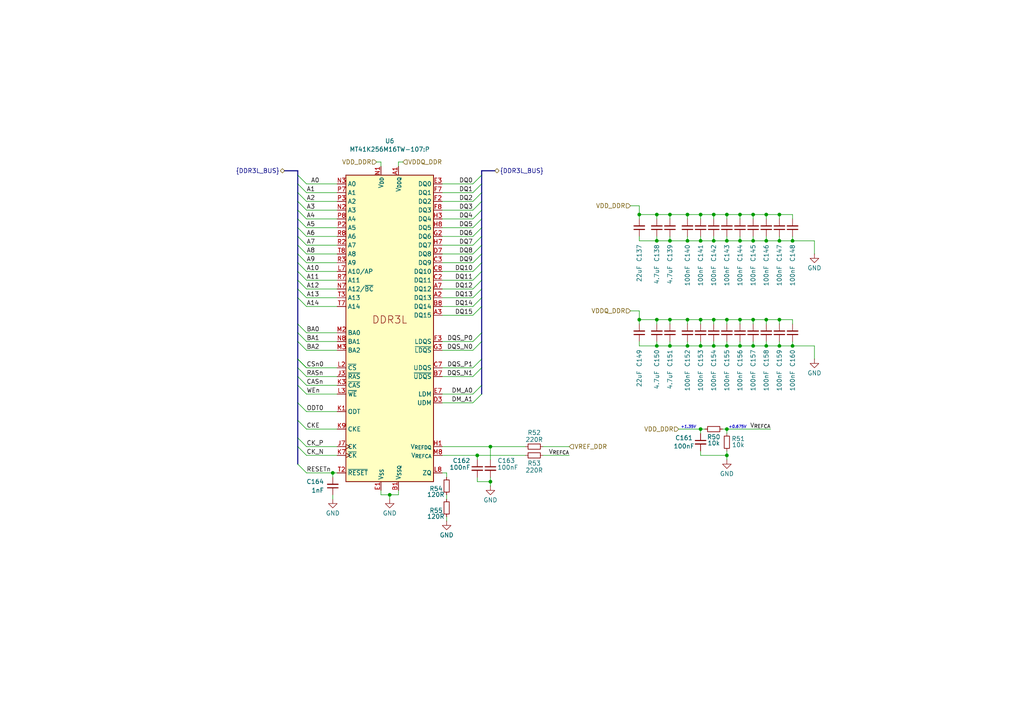
<source format=kicad_sch>
(kicad_sch (version 20250114) (generator "eeschema") (generator_version "9.0")
  (paper "A4")
  (title_block (title "DDR3L Memory") (date "2025-11-23") (rev "1.0") (company "UVic Rocketry") (comment 1 "Author: Eric Handley"))
  (lib_symbols
    (symbol "C_Small_10" (pin_numbers (hide yes)) (pin_names (offset 0.254) (hide yes))
      (property "Reference" "C" (at 0.254 1.778 0))
      (property "Value" "C_Small" (at 0.254 -2.032 0))
      (symbol "C_Small_10_0_1"
        (polyline (pts (xy -1.524 0.508) (xy 1.524 0.508)) (stroke (width 0.3048)))
        (polyline (pts (xy -1.524 -0.508) (xy 1.524 -0.508)) (stroke (width 0.3302)))
      )
      (symbol "C_Small_10_1_1"
        (pin passive line (at 0 2.54 270) (length 2.032) (name "~") (number "1"))
        (pin passive line (at 0 -2.54 90) (length 2.032) (name "~") (number "2"))
      )
    )
    (symbol "C_Small_11" (pin_numbers (hide yes)) (pin_names (offset 0.254) (hide yes))
      (property "Reference" "C" (at 0.254 1.778 0))
      (property "Value" "C_Small" (at 0.254 -2.032 0))
      (symbol "C_Small_11_0_1"
        (polyline (pts (xy -1.524 0.508) (xy 1.524 0.508)) (stroke (width 0.3048)))
        (polyline (pts (xy -1.524 -0.508) (xy 1.524 -0.508)) (stroke (width 0.3302)))
      )
      (symbol "C_Small_11_1_1"
        (pin passive line (at 0 2.54 270) (length 2.032) (name "~") (number "1"))
        (pin passive line (at 0 -2.54 90) (length 2.032) (name "~") (number "2"))
      )
    )
    (symbol "C_Small_12" (pin_numbers (hide yes)) (pin_names (offset 0.254) (hide yes))
      (property "Reference" "C" (at 0.254 1.778 0))
      (property "Value" "C_Small" (at 0.254 -2.032 0))
      (symbol "C_Small_12_0_1"
        (polyline (pts (xy -1.524 0.508) (xy 1.524 0.508)) (stroke (width 0.3048)))
        (polyline (pts (xy -1.524 -0.508) (xy 1.524 -0.508)) (stroke (width 0.3302)))
      )
      (symbol "C_Small_12_1_1"
        (pin passive line (at 0 2.54 270) (length 2.032) (name "~") (number "1"))
        (pin passive line (at 0 -2.54 90) (length 2.032) (name "~") (number "2"))
      )
    )
    (symbol "C_Small_13" (pin_numbers (hide yes)) (pin_names (offset 0.254) (hide yes))
      (property "Reference" "C" (at 0.254 1.778 0))
      (property "Value" "C_Small" (at 0.254 -2.032 0))
      (symbol "C_Small_13_0_1"
        (polyline (pts (xy -1.524 0.508) (xy 1.524 0.508)) (stroke (width 0.3048)))
        (polyline (pts (xy -1.524 -0.508) (xy 1.524 -0.508)) (stroke (width 0.3302)))
      )
      (symbol "C_Small_13_1_1"
        (pin passive line (at 0 2.54 270) (length 2.032) (name "~") (number "1"))
        (pin passive line (at 0 -2.54 90) (length 2.032) (name "~") (number "2"))
      )
    )
    (symbol "C_Small_15" (pin_numbers (hide yes)) (pin_names (offset 0.254) (hide yes))
      (property "Reference" "C" (at 0.254 1.778 0))
      (property "Value" "C_Small" (at 0.254 -2.032 0))
      (symbol "C_Small_15_0_1"
        (polyline (pts (xy -1.524 0.508) (xy 1.524 0.508)) (stroke (width 0.3048)))
        (polyline (pts (xy -1.524 -0.508) (xy 1.524 -0.508)) (stroke (width 0.3302)))
      )
      (symbol "C_Small_15_1_1"
        (pin passive line (at 0 2.54 270) (length 2.032) (name "~") (number "1"))
        (pin passive line (at 0 -2.54 90) (length 2.032) (name "~") (number "2"))
      )
    )
    (symbol "C_Small_6" (pin_numbers (hide yes)) (pin_names (offset 0.254) (hide yes))
      (property "Reference" "C" (at 0.254 1.778 0))
      (property "Value" "C_Small" (at 0.254 -2.032 0))
      (symbol "C_Small_6_0_1"
        (polyline (pts (xy -1.524 0.508) (xy 1.524 0.508)) (stroke (width 0.3048)))
        (polyline (pts (xy -1.524 -0.508) (xy 1.524 -0.508)) (stroke (width 0.3302)))
      )
      (symbol "C_Small_6_1_1"
        (pin passive line (at 0 2.54 270) (length 2.032) (name "~") (number "1"))
        (pin passive line (at 0 -2.54 90) (length 2.032) (name "~") (number "2"))
      )
    )
    (symbol "C_Small_7" (pin_numbers (hide yes)) (pin_names (offset 0.254) (hide yes))
      (property "Reference" "C" (at 0.254 1.778 0))
      (property "Value" "C_Small" (at 0.254 -2.032 0))
      (symbol "C_Small_7_0_1"
        (polyline (pts (xy -1.524 0.508) (xy 1.524 0.508)) (stroke (width 0.3048)))
        (polyline (pts (xy -1.524 -0.508) (xy 1.524 -0.508)) (stroke (width 0.3302)))
      )
      (symbol "C_Small_7_1_1"
        (pin passive line (at 0 2.54 270) (length 2.032) (name "~") (number "1"))
        (pin passive line (at 0 -2.54 90) (length 2.032) (name "~") (number "2"))
      )
    )
    (symbol "C_Small_8" (pin_numbers (hide yes)) (pin_names (offset 0.254) (hide yes))
      (property "Reference" "C" (at 0.254 1.778 0))
      (property "Value" "C_Small" (at 0.254 -2.032 0))
      (symbol "C_Small_8_0_1"
        (polyline (pts (xy -1.524 0.508) (xy 1.524 0.508)) (stroke (width 0.3048)))
        (polyline (pts (xy -1.524 -0.508) (xy 1.524 -0.508)) (stroke (width 0.3302)))
      )
      (symbol "C_Small_8_1_1"
        (pin passive line (at 0 2.54 270) (length 2.032) (name "~") (number "1"))
        (pin passive line (at 0 -2.54 90) (length 2.032) (name "~") (number "2"))
      )
    )
    (symbol "C_Small_9" (pin_numbers (hide yes)) (pin_names (offset 0.254) (hide yes))
      (property "Reference" "C" (at 0.254 1.778 0))
      (property "Value" "C_Small" (at 0.254 -2.032 0))
      (symbol "C_Small_9_0_1"
        (polyline (pts (xy -1.524 0.508) (xy 1.524 0.508)) (stroke (width 0.3048)))
        (polyline (pts (xy -1.524 -0.508) (xy 1.524 -0.508)) (stroke (width 0.3302)))
      )
      (symbol "C_Small_9_1_1"
        (pin passive line (at 0 2.54 270) (length 2.032) (name "~") (number "1"))
        (pin passive line (at 0 -2.54 90) (length 2.032) (name "~") (number "2"))
      )
    )
    (symbol "Device:C_Small" (pin_numbers (hide yes)) (pin_names (offset 0.254) (hide yes))
      (property "Reference" "C" (at 0.254 1.778 0))
      (property "Value" "C_Small" (at 0.254 -2.032 0))
      (symbol "C_Small_0_1"
        (polyline (pts (xy -1.524 0.508) (xy 1.524 0.508)) (stroke (width 0.3048)))
        (polyline (pts (xy -1.524 -0.508) (xy 1.524 -0.508)) (stroke (width 0.3302)))
      )
      (symbol "C_Small_1_1"
        (pin passive line (at 0 2.54 270) (length 2.032) (name "~") (number "1"))
        (pin passive line (at 0 -2.54 90) (length 2.032) (name "~") (number "2"))
      )
    )
    (symbol "Device:R_Small" (pin_numbers (hide yes)) (pin_names (offset 0.254) (hide yes))
      (property "Reference" "R" (at 0 0 90))
      (property "Value" "R_Small" (at 1.778 0 90))
      (symbol "R_Small_0_1"
        (rectangle (start -0.762 1.778) (end 0.762 -1.778) (stroke (width 0.2032)))
      )
      (symbol "R_Small_1_1"
        (pin passive line (at 0 2.54 270) (length 0.762) (name "~") (number "1"))
        (pin passive line (at 0 -2.54 90) (length 0.762) (name "~") (number "2"))
      )
    )
    (symbol "Memory_RAM:MT41K256M16TW"
      (property "Reference" "U" (at -11.43 44.704 0))
      (property "Value" "MT41K256M16TW" (at 14.986 44.704 0))
      (symbol "MT41K256M16TW_0_1"
        (pin input line (at -15.24 40.64 0) (length 2.54) (name "A0") (number "N3"))
        (pin input line (at -15.24 38.1 0) (length 2.54) (name "A1") (number "P7"))
        (pin input line (at -15.24 35.56 0) (length 2.54) (name "A2") (number "P3"))
        (pin input line (at -15.24 33.02 0) (length 2.54) (name "A3") (number "N2"))
        (pin input line (at -15.24 30.48 0) (length 2.54) (name "A4") (number "P8"))
        (pin input line (at -15.24 27.94 0) (length 2.54) (name "A5") (number "P2"))
        (pin input line (at -15.24 25.4 0) (length 2.54) (name "A6") (number "R8"))
        (pin input line (at -15.24 22.86 0) (length 2.54) (name "A7") (number "R2"))
        (pin input line (at -15.24 20.32 0) (length 2.54) (name "A8") (number "T8"))
        (pin input line (at -15.24 17.78 0) (length 2.54) (name "A9") (number "R3"))
        (pin input line (at -15.24 15.24 0) (length 2.54) (name "A10/AP") (number "L7"))
        (pin input line (at -15.24 12.7 0) (length 2.54) (name "A11") (number "R7"))
        (pin input line (at -15.24 7.62 0) (length 2.54) (name "A13") (number "T3"))
        (pin input line (at -15.24 5.08 0) (length 2.54) (name "A14") (number "T7"))
        (pin input line (at -15.24 -2.54 0) (length 2.54) (name "BA0") (number "M2"))
        (pin input line (at -15.24 -5.08 0) (length 2.54) (name "BA1") (number "N8"))
        (pin input line (at -15.24 -7.62 0) (length 2.54) (name "BA2") (number "M3"))
        (pin input line (at -15.24 -25.4 0) (length 2.54) (name "ODT") (number "K1"))
        (pin input line (at -15.24 -30.48 0) (length 2.54) (name "CKE") (number "K9"))
        (pin input clock (at -15.24 -35.56 0) (length 2.54) (name "CK") (number "J7"))
        (pin passive line (at -2.54 45.72 270) (length 2.54) (hide yes) (name "V_{DD}") (number "B2"))
        (pin passive line (at -2.54 45.72 270) (length 2.54) (hide yes) (name "V_{DD}") (number "D9"))
        (pin passive line (at -2.54 45.72 270) (length 2.54) (hide yes) (name "V_{DD}") (number "G7"))
        (pin passive line (at -2.54 45.72 270) (length 2.54) (hide yes) (name "V_{DD}") (number "K2"))
        (pin passive line (at -2.54 45.72 270) (length 2.54) (hide yes) (name "V_{DD}") (number "K8"))
        (pin passive line (at -2.54 45.72 270) (length 2.54) (hide yes) (name "V_{DD}") (number "N9"))
        (pin passive line (at -2.54 45.72 270) (length 2.54) (hide yes) (name "V_{DD}") (number "R1"))
        (pin passive line (at -2.54 45.72 270) (length 2.54) (hide yes) (name "V_{DD}") (number "R9"))
        (pin passive line (at -2.54 -48.26 90) (length 2.54) (hide yes) (name "V_{SS}") (number "A9"))
        (pin passive line (at -2.54 -48.26 90) (length 2.54) (hide yes) (name "V_{SS}") (number "B3"))
        (pin passive line (at -2.54 -48.26 90) (length 2.54) (hide yes) (name "V_{SS}") (number "G8"))
        (pin passive line (at -2.54 -48.26 90) (length 2.54) (hide yes) (name "V_{SS}") (number "J2"))
        (pin passive line (at -2.54 -48.26 90) (length 2.54) (hide yes) (name "V_{SS}") (number "J8"))
        (pin passive line (at -2.54 -48.26 90) (length 2.54) (hide yes) (name "V_{SS}") (number "M1"))
        (pin passive line (at -2.54 -48.26 90) (length 2.54) (hide yes) (name "V_{SS}") (number "M9"))
        (pin passive line (at -2.54 -48.26 90) (length 2.54) (hide yes) (name "V_{SS}") (number "P1"))
        (pin passive line (at -2.54 -48.26 90) (length 2.54) (hide yes) (name "V_{SS}") (number "P9"))
        (pin passive line (at -2.54 -48.26 90) (length 2.54) (hide yes) (name "V_{SS}") (number "T1"))
        (pin passive line (at -2.54 -48.26 90) (length 2.54) (hide yes) (name "V_{SS}") (number "T9"))
        (pin passive line (at 2.54 45.72 270) (length 2.54) (hide yes) (name "V_{DDQ}") (number "A8"))
        (pin passive line (at 2.54 45.72 270) (length 2.54) (hide yes) (name "V_{DDQ}") (number "C1"))
        (pin passive line (at 2.54 45.72 270) (length 2.54) (hide yes) (name "V_{DDQ}") (number "C9"))
        (pin passive line (at 2.54 45.72 270) (length 2.54) (hide yes) (name "V_{DDQ}") (number "D2"))
        (pin passive line (at 2.54 45.72 270) (length 2.54) (hide yes) (name "V_{DDQ}") (number "E9"))
        (pin passive line (at 2.54 45.72 270) (length 2.54) (hide yes) (name "V_{DDQ}") (number "F1"))
        (pin passive line (at 2.54 45.72 270) (length 2.54) (hide yes) (name "V_{DDQ}") (number "H2"))
        (pin passive line (at 2.54 45.72 270) (length 2.54) (hide yes) (name "V_{DDQ}") (number "H9"))
        (pin passive line (at 2.54 -48.26 90) (length 2.54) (hide yes) (name "V_{SSQ}") (number "B9"))
        (pin passive line (at 2.54 -48.26 90) (length 2.54) (hide yes) (name "V_{SSQ}") (number "D1"))
        (pin passive line (at 2.54 -48.26 90) (length 2.54) (hide yes) (name "V_{SSQ}") (number "D8"))
        (pin passive line (at 2.54 -48.26 90) (length 2.54) (hide yes) (name "V_{SSQ}") (number "E2"))
        (pin passive line (at 2.54 -48.26 90) (length 2.54) (hide yes) (name "V_{SSQ}") (number "E8"))
        (pin passive line (at 2.54 -48.26 90) (length 2.54) (hide yes) (name "V_{SSQ}") (number "F9"))
        (pin passive line (at 2.54 -48.26 90) (length 2.54) (hide yes) (name "V_{SSQ}") (number "G1"))
        (pin passive line (at 2.54 -48.26 90) (length 2.54) (hide yes) (name "V_{SSQ}") (number "G9"))
        (pin no_connect line (at 12.7 0 180) (length 2.54) (hide yes) (name "NC") (number "M7"))
        (pin no_connect line (at 12.7 -2.54 180) (length 2.54) (hide yes) (name "NC") (number "J1"))
        (pin no_connect line (at 12.7 -25.4 180) (length 2.54) (hide yes) (name "NC") (number "J9"))
        (pin no_connect line (at 12.7 -27.94 180) (length 2.54) (hide yes) (name "NC") (number "L9"))
        (pin no_connect line (at 12.7 -30.48 180) (length 2.54) (hide yes) (name "NC") (number "L1"))
        (pin bidirectional line (at 15.24 40.64 180) (length 2.54) (name "DQ0") (number "E3"))
        (pin bidirectional line (at 15.24 38.1 180) (length 2.54) (name "DQ1") (number "F7"))
        (pin bidirectional line (at 15.24 35.56 180) (length 2.54) (name "DQ2") (number "F2"))
        (pin bidirectional line (at 15.24 33.02 180) (length 2.54) (name "DQ3") (number "F8"))
        (pin bidirectional line (at 15.24 30.48 180) (length 2.54) (name "DQ4") (number "H3"))
        (pin bidirectional line (at 15.24 27.94 180) (length 2.54) (name "DQ5") (number "H8"))
        (pin bidirectional line (at 15.24 25.4 180) (length 2.54) (name "DQ6") (number "G2"))
        (pin bidirectional line (at 15.24 22.86 180) (length 2.54) (name "DQ7") (number "H7"))
        (pin bidirectional line (at 15.24 20.32 180) (length 2.54) (name "DQ8") (number "D7"))
        (pin bidirectional line (at 15.24 17.78 180) (length 2.54) (name "DQ9") (number "C3"))
        (pin bidirectional line (at 15.24 15.24 180) (length 2.54) (name "DQ10") (number "C8"))
        (pin bidirectional line (at 15.24 12.7 180) (length 2.54) (name "DQ11") (number "C2"))
        (pin bidirectional line (at 15.24 10.16 180) (length 2.54) (name "DQ12") (number "A7"))
        (pin bidirectional line (at 15.24 7.62 180) (length 2.54) (name "DQ13") (number "A2"))
        (pin bidirectional line (at 15.24 5.08 180) (length 2.54) (name "DQ14") (number "B8"))
        (pin bidirectional line (at 15.24 2.54 180) (length 2.54) (name "DQ15") (number "A3"))
        (pin bidirectional line (at 15.24 -5.08 180) (length 2.54) (name "LDQS") (number "F3"))
        (pin bidirectional line (at 15.24 -12.7 180) (length 2.54) (name "UDQS") (number "C7"))
        (pin input line (at 15.24 -20.32 180) (length 2.54) (name "LDM") (number "E7"))
        (pin input line (at 15.24 -22.86 180) (length 2.54) (name "UDM") (number "D3"))
        (pin passive line (at 15.24 -35.56 180) (length 2.54) (name "V_{REFDQ}") (number "H1"))
        (pin passive line (at 15.24 -38.1 180) (length 2.54) (name "V_{REFCA}") (number "M8"))
        (pin passive line (at 15.24 -43.18 180) (length 2.54) (name "ZQ") (number "L8"))
      )
      (symbol "MT41K256M16TW_1_1"
        (rectangle (start -12.7 43.18) (end 12.7 -45.72) (stroke (width 0.254)) (fill (type background)))
        (text "DDR3L" (at 0 0 0) (effects (font (size 2.1336 2.1336)) (justify bottom)))
        (pin input line (at -15.24 10.16 0) (length 2.54) (name "A12/~{BC}") (number "N7"))
        (pin input line (at -15.24 -12.7 0) (length 2.54) (name "~{CS}") (number "L2"))
        (pin input line (at -15.24 -15.24 0) (length 2.54) (name "~{RAS}") (number "J3"))
        (pin input line (at -15.24 -17.78 0) (length 2.54) (name "~{CAS}") (number "K3"))
        (pin input line (at -15.24 -20.32 0) (length 2.54) (name "~{WE}") (number "L3"))
        (pin input clock (at -15.24 -38.1 0) (length 2.54) (name "~{CK}") (number "K7"))
        (pin input line (at -15.24 -43.18 0) (length 2.54) (name "~{RESET}") (number "T2"))
        (pin power_in line (at -2.54 45.72 270) (length 2.54) (name "V_{DD}") (number "N1"))
        (pin power_in line (at -2.54 -48.26 90) (length 2.54) (name "V_{SS}") (number "E1"))
        (pin power_in line (at 2.54 45.72 270) (length 2.54) (name "V_{DDQ}") (number "A1"))
        (pin power_in line (at 2.54 -48.26 90) (length 2.54) (name "V_{SSQ}") (number "B1"))
        (pin bidirectional line (at 15.24 -7.62 180) (length 2.54) (name "~{LDQS}") (number "G3"))
        (pin bidirectional line (at 15.24 -15.24 180) (length 2.54) (name "~{UDQS}") (number "B7"))
      )
    )
    (symbol "power:GND" (power) (pin_numbers (hide yes)) (pin_names (offset 0) (hide yes))
      (property "Value" "GND" (at 0 -3.81 0))
      (symbol "GND_0_1"
        (polyline (pts (xy 0 0) (xy 0 -1.27) (xy 1.27 -1.27) (xy 0 -2.54) (xy -1.27 -1.27) (xy 0 -1.27)))
      )
      (symbol "GND_1_1"
        (pin power_in line (at 0 0 270) (length 0) (name "~") (number "1"))
      )
    )
  )
  (bus_alias "DDR3L_BUS" (members "A[0..14]" "BA[0..2]" "DQ[0..15]" "DQS_P[0..2]" "DQS_N[0..2]" "DM_A[0..1]" "DM_B[0..1]" "ODT[0..1]" "RZQ" "CSn[0..1]" "RASn" "CASn" "WEn" "CK_N" "CK_P" "CKE" "RESETn"))
  (text "+1.35V" (at 199.644 123.952 0) (effects (font (size 0.8 0.8) (italic yes))))
  (text "+0.675V" (at 213.868 123.952 0) (effects (font (size 0.8 0.8) (italic yes))))
  (junction (at 194.31 92.71))
  (junction (at 207.01 92.71))
  (junction (at 199.39 69.85))
  (junction (at 203.2 124.46))
  (junction (at 222.25 100.33))
  (junction (at 226.06 62.23))
  (junction (at 214.63 69.85))
  (junction (at 194.31 100.33))
  (junction (at 138.43 132.08))
  (junction (at 218.44 69.85))
  (junction (at 96.52 137.16))
  (junction (at 203.2 62.23))
  (junction (at 226.06 100.33))
  (junction (at 113.03 143.51))
  (junction (at 222.25 62.23))
  (junction (at 210.82 124.46))
  (junction (at 214.63 92.71))
  (junction (at 142.24 139.7))
  (junction (at 142.24 129.54))
  (junction (at 207.01 69.85))
  (junction (at 203.2 100.33))
  (junction (at 190.5 62.23))
  (junction (at 190.5 100.33))
  (junction (at 203.2 69.85))
  (junction (at 190.5 92.71))
  (junction (at 185.42 62.23))
  (junction (at 203.2 92.71))
  (junction (at 199.39 100.33))
  (junction (at 199.39 62.23))
  (junction (at 194.31 62.23))
  (junction (at 218.44 100.33))
  (junction (at 226.06 92.71))
  (junction (at 218.44 92.71))
  (junction (at 207.01 100.33))
  (junction (at 214.63 100.33))
  (junction (at 199.39 92.71))
  (junction (at 222.25 92.71))
  (junction (at 210.82 62.23))
  (junction (at 207.01 62.23))
  (junction (at 190.5 69.85))
  (junction (at 210.82 92.71))
  (junction (at 229.87 69.85))
  (junction (at 210.82 100.33))
  (junction (at 210.82 132.08))
  (junction (at 229.87 100.33))
  (junction (at 222.25 69.85))
  (junction (at 210.82 69.85))
  (junction (at 218.44 62.23))
  (junction (at 226.06 69.85))
  (junction (at 185.42 92.71))
  (junction (at 194.31 69.85))
  (junction (at 214.63 62.23))
  (bus_entry (at 86.36 83.82) (size 2.54 2.54))
  (bus_entry (at 86.36 76.2) (size 2.54 2.54))
  (bus_entry (at 86.36 58.42) (size 2.54 2.54))
  (bus_entry (at 86.36 63.5) (size 2.54 2.54))
  (bus_entry (at 86.36 109.22) (size 2.54 2.54))
  (bus_entry (at 86.36 68.58) (size 2.54 2.54))
  (bus_entry (at 86.36 127) (size 2.54 2.54))
  (bus_entry (at 86.36 55.88) (size 2.54 2.54))
  (bus_entry (at 86.36 50.8) (size 2.54 2.54))
  (bus_entry (at 86.36 93.98) (size 2.54 2.54))
  (bus_entry (at 86.36 60.96) (size 2.54 2.54))
  (bus_entry (at 86.36 99.06) (size 2.54 2.54))
  (bus_entry (at 139.7 71.12) (size -2.54 2.54))
  (bus_entry (at 139.7 50.8) (size -2.54 2.54))
  (bus_entry (at 139.7 55.88) (size -2.54 2.54))
  (bus_entry (at 86.36 81.28) (size 2.54 2.54))
  (bus_entry (at 86.36 129.54) (size 2.54 2.54))
  (bus_entry (at 139.7 58.42) (size -2.54 2.54))
  (bus_entry (at 86.36 78.74) (size 2.54 2.54))
  (bus_entry (at 139.7 99.06) (size -2.54 2.54))
  (bus_entry (at 86.36 106.68) (size 2.54 2.54))
  (bus_entry (at 139.7 60.96) (size -2.54 2.54))
  (bus_entry (at 139.7 73.66) (size -2.54 2.54))
  (bus_entry (at 139.7 83.82) (size -2.54 2.54))
  (bus_entry (at 139.7 106.68) (size -2.54 2.54))
  (bus_entry (at 86.36 96.52) (size 2.54 2.54))
  (bus_entry (at 139.7 96.52) (size -2.54 2.54))
  (bus_entry (at 139.7 78.74) (size -2.54 2.54))
  (bus_entry (at 139.7 88.9) (size -2.54 2.54))
  (bus_entry (at 86.36 66.04) (size 2.54 2.54))
  (bus_entry (at 139.7 53.34) (size -2.54 2.54))
  (bus_entry (at 86.36 104.14) (size 2.54 2.54))
  (bus_entry (at 86.36 104.14) (size 2.54 2.54))
  (bus_entry (at 139.7 111.76) (size -2.54 2.54))
  (bus_entry (at 86.36 111.76) (size 2.54 2.54))
  (bus_entry (at 139.7 76.2) (size -2.54 2.54))
  (bus_entry (at 139.7 63.5) (size -2.54 2.54))
  (bus_entry (at 86.36 121.92) (size 2.54 2.54))
  (bus_entry (at 139.7 114.3) (size -2.54 2.54))
  (bus_entry (at 86.36 53.34) (size 2.54 2.54))
  (bus_entry (at 86.36 134.62) (size 2.54 2.54))
  (bus_entry (at 139.7 104.14) (size -2.54 2.54))
  (bus_entry (at 139.7 68.58) (size -2.54 2.54))
  (bus_entry (at 139.7 66.04) (size -2.54 2.54))
  (bus_entry (at 139.7 81.28) (size -2.54 2.54))
  (bus_entry (at 86.36 71.12) (size 2.54 2.54))
  (bus_entry (at 139.7 86.36) (size -2.54 2.54))
  (bus_entry (at 86.36 73.66) (size 2.54 2.54))
  (bus_entry (at 86.36 86.36) (size 2.54 2.54))
  (bus_entry (at 86.36 116.84) (size 2.54 2.54))
  (wire (pts (xy 194.31 99.06) (xy 194.31 100.33)))
  (wire (pts (xy 207.01 62.23) (xy 207.01 63.5)))
  (wire (pts (xy 185.42 62.23) (xy 185.42 63.5)))
  (bus (pts (xy 139.7 49.53) (xy 139.7 50.8)))
  (wire (pts (xy 128.27 116.84) (xy 137.16 116.84)))
  (bus (pts (xy 139.7 50.8) (xy 139.7 53.34)))
  (wire (pts (xy 214.63 92.71) (xy 214.63 93.98)))
  (bus (pts (xy 139.7 83.82) (xy 139.7 86.36)))
  (wire (pts (xy 236.22 69.85) (xy 236.22 73.66)))
  (wire (pts (xy 203.2 124.46) (xy 196.85 124.46)))
  (wire (pts (xy 128.27 109.22) (xy 137.16 109.22)))
  (wire (pts (xy 115.57 46.99) (xy 116.84 46.99)))
  (wire (pts (xy 96.52 137.16) (xy 96.52 138.43)))
  (wire (pts (xy 214.63 100.33) (xy 218.44 100.33)))
  (wire (pts (xy 185.42 99.06) (xy 185.42 100.33)))
  (wire (pts (xy 88.9 68.58) (xy 97.79 68.58)))
  (wire (pts (xy 203.2 100.33) (xy 207.01 100.33)))
  (wire (pts (xy 128.27 71.12) (xy 137.16 71.12)))
  (bus (pts (xy 139.7 86.36) (xy 139.7 88.9)))
  (wire (pts (xy 88.9 86.36) (xy 97.79 86.36)))
  (wire (pts (xy 190.5 92.71) (xy 194.31 92.71)))
  (bus (pts (xy 86.36 109.22) (xy 86.36 111.76)))
  (wire (pts (xy 88.9 132.08) (xy 97.79 132.08)))
  (wire (pts (xy 88.9 106.68) (xy 97.79 106.68)))
  (wire (pts (xy 88.9 55.88) (xy 97.79 55.88)))
  (wire (pts (xy 96.52 144.78) (xy 96.52 143.51)))
  (bus (pts (xy 86.36 68.58) (xy 86.36 71.12)))
  (bus (pts (xy 86.36 93.98) (xy 86.36 96.52)))
  (wire (pts (xy 142.24 138.43) (xy 142.24 139.7)))
  (bus (pts (xy 139.7 106.68) (xy 139.7 111.76)))
  (wire (pts (xy 203.2 69.85) (xy 207.01 69.85)))
  (bus (pts (xy 139.7 99.06) (xy 139.7 104.14)))
  (wire (pts (xy 214.63 62.23) (xy 214.63 63.5)))
  (bus (pts (xy 86.36 53.34) (xy 86.36 55.88)))
  (bus (pts (xy 139.7 73.66) (xy 139.7 76.2)))
  (wire (pts (xy 128.27 129.54) (xy 142.24 129.54)))
  (wire (pts (xy 222.25 92.71) (xy 218.44 92.71)))
  (wire (pts (xy 128.27 83.82) (xy 137.16 83.82)))
  (bus (pts (xy 139.7 66.04) (xy 139.7 68.58)))
  (wire (pts (xy 214.63 100.33) (xy 214.63 99.06)))
  (wire (pts (xy 128.27 55.88) (xy 137.16 55.88)))
  (wire (pts (xy 203.2 69.85) (xy 203.2 68.58)))
  (bus (pts (xy 139.7 76.2) (xy 139.7 78.74)))
  (wire (pts (xy 222.25 92.71) (xy 222.25 93.98)))
  (wire (pts (xy 182.88 59.69) (xy 185.42 59.69)))
  (bus (pts (xy 139.7 60.96) (xy 139.7 63.5)))
  (wire (pts (xy 115.57 46.99) (xy 115.57 48.26)))
  (wire (pts (xy 194.31 62.23) (xy 194.31 63.5)))
  (wire (pts (xy 210.82 92.71) (xy 210.82 93.98)))
  (wire (pts (xy 185.42 92.71) (xy 185.42 93.98)))
  (bus (pts (xy 139.7 53.34) (xy 139.7 55.88)))
  (wire (pts (xy 218.44 62.23) (xy 214.63 62.23)))
  (bus (pts (xy 86.36 78.74) (xy 86.36 81.28)))
  (wire (pts (xy 229.87 69.85) (xy 236.22 69.85)))
  (bus (pts (xy 139.7 68.58) (xy 139.7 71.12)))
  (bus (pts (xy 86.36 49.53) (xy 86.36 50.8)))
  (bus (pts (xy 86.36 106.68) (xy 86.36 109.22)))
  (wire (pts (xy 229.87 92.71) (xy 226.06 92.71)))
  (wire (pts (xy 88.9 73.66) (xy 97.79 73.66)))
  (bus (pts (xy 139.7 96.52) (xy 139.7 99.06)))
  (wire (pts (xy 222.25 100.33) (xy 222.25 99.06)))
  (wire (pts (xy 128.27 78.74) (xy 137.16 78.74)))
  (wire (pts (xy 194.31 62.23) (xy 199.39 62.23)))
  (bus (pts (xy 86.36 127) (xy 86.36 129.54)))
  (bus (pts (xy 86.36 63.5) (xy 86.36 66.04)))
  (wire (pts (xy 207.01 92.71) (xy 203.2 92.71)))
  (wire (pts (xy 229.87 62.23) (xy 229.87 63.5)))
  (wire (pts (xy 210.82 62.23) (xy 207.01 62.23)))
  (wire (pts (xy 96.52 137.16) (xy 97.79 137.16)))
  (wire (pts (xy 110.49 46.99) (xy 110.49 48.26)))
  (wire (pts (xy 88.9 129.54) (xy 97.79 129.54)))
  (wire (pts (xy 128.27 53.34) (xy 137.16 53.34)))
  (wire (pts (xy 185.42 92.71) (xy 190.5 92.71)))
  (wire (pts (xy 199.39 69.85) (xy 203.2 69.85)))
  (wire (pts (xy 129.54 149.86) (xy 129.54 151.13)))
  (bus (pts (xy 139.7 104.14) (xy 139.7 106.68)))
  (wire (pts (xy 218.44 100.33) (xy 222.25 100.33)))
  (wire (pts (xy 199.39 92.71) (xy 199.39 93.98)))
  (wire (pts (xy 199.39 92.71) (xy 203.2 92.71)))
  (wire (pts (xy 207.01 62.23) (xy 203.2 62.23)))
  (bus (pts (xy 139.7 49.53) (xy 143.51 49.53)))
  (wire (pts (xy 190.5 92.71) (xy 190.5 93.98)))
  (wire (pts (xy 88.9 99.06) (xy 97.79 99.06)))
  (wire (pts (xy 203.2 100.33) (xy 203.2 99.06)))
  (wire (pts (xy 190.5 99.06) (xy 190.5 100.33)))
  (wire (pts (xy 128.27 99.06) (xy 137.16 99.06)))
  (wire (pts (xy 214.63 69.85) (xy 218.44 69.85)))
  (wire (pts (xy 210.82 100.33) (xy 210.82 99.06)))
  (wire (pts (xy 218.44 92.71) (xy 218.44 93.98)))
  (wire (pts (xy 128.27 101.6) (xy 137.16 101.6)))
  (wire (pts (xy 128.27 106.68) (xy 137.16 106.68)))
  (wire (pts (xy 209.55 124.46) (xy 210.82 124.46)))
  (wire (pts (xy 128.27 76.2) (xy 137.16 76.2)))
  (wire (pts (xy 88.9 81.28) (xy 97.79 81.28)))
  (wire (pts (xy 128.27 73.66) (xy 137.16 73.66)))
  (wire (pts (xy 128.27 63.5) (xy 137.16 63.5)))
  (wire (pts (xy 210.82 69.85) (xy 210.82 68.58)))
  (bus (pts (xy 86.36 129.54) (xy 86.36 134.62)))
  (wire (pts (xy 88.9 71.12) (xy 97.79 71.12)))
  (wire (pts (xy 194.31 68.58) (xy 194.31 69.85)))
  (wire (pts (xy 214.63 69.85) (xy 214.63 68.58)))
  (wire (pts (xy 229.87 100.33) (xy 229.87 99.06)))
  (wire (pts (xy 226.06 92.71) (xy 222.25 92.71)))
  (wire (pts (xy 113.03 143.51) (xy 115.57 143.51)))
  (wire (pts (xy 203.2 92.71) (xy 203.2 93.98)))
  (bus (pts (xy 139.7 55.88) (xy 139.7 58.42)))
  (wire (pts (xy 138.43 132.08) (xy 152.4 132.08)))
  (bus (pts (xy 86.36 99.06) (xy 86.36 104.14)))
  (wire (pts (xy 199.39 100.33) (xy 203.2 100.33)))
  (wire (pts (xy 218.44 62.23) (xy 218.44 63.5)))
  (wire (pts (xy 88.9 119.38) (xy 97.79 119.38)))
  (bus (pts (xy 86.36 104.14) (xy 86.36 106.68)))
  (bus (pts (xy 86.36 71.12) (xy 86.36 73.66)))
  (wire (pts (xy 190.5 100.33) (xy 194.31 100.33)))
  (wire (pts (xy 185.42 90.17) (xy 185.42 92.71)))
  (bus (pts (xy 86.36 86.36) (xy 86.36 93.98)))
  (wire (pts (xy 88.9 101.6) (xy 97.79 101.6)))
  (wire (pts (xy 236.22 100.33) (xy 236.22 104.14)))
  (wire (pts (xy 194.31 92.71) (xy 194.31 93.98)))
  (wire (pts (xy 142.24 139.7) (xy 142.24 140.97)))
  (wire (pts (xy 203.2 62.23) (xy 203.2 63.5)))
  (wire (pts (xy 210.82 125.73) (xy 210.82 124.46)))
  (wire (pts (xy 142.24 129.54) (xy 142.24 133.35)))
  (wire (pts (xy 88.9 83.82) (xy 97.79 83.82)))
  (wire (pts (xy 128.27 91.44) (xy 137.16 91.44)))
  (wire (pts (xy 222.25 100.33) (xy 226.06 100.33)))
  (wire (pts (xy 207.01 69.85) (xy 210.82 69.85)))
  (bus (pts (xy 139.7 88.9) (xy 139.7 96.52)))
  (wire (pts (xy 199.39 69.85) (xy 199.39 68.58)))
  (wire (pts (xy 210.82 92.71) (xy 207.01 92.71)))
  (wire (pts (xy 129.54 137.16) (xy 128.27 137.16)))
  (wire (pts (xy 185.42 100.33) (xy 190.5 100.33)))
  (wire (pts (xy 142.24 129.54) (xy 152.4 129.54)))
  (wire (pts (xy 226.06 62.23) (xy 226.06 63.5)))
  (wire (pts (xy 218.44 92.71) (xy 214.63 92.71)))
  (wire (pts (xy 226.06 100.33) (xy 229.87 100.33)))
  (wire (pts (xy 203.2 124.46) (xy 204.47 124.46)))
  (wire (pts (xy 185.42 62.23) (xy 190.5 62.23)))
  (wire (pts (xy 138.43 133.35) (xy 138.43 132.08)))
  (wire (pts (xy 207.01 100.33) (xy 207.01 99.06)))
  (wire (pts (xy 128.27 114.3) (xy 137.16 114.3)))
  (wire (pts (xy 128.27 81.28) (xy 137.16 81.28)))
  (wire (pts (xy 229.87 69.85) (xy 229.87 68.58)))
  (wire (pts (xy 226.06 62.23) (xy 222.25 62.23)))
  (wire (pts (xy 185.42 68.58) (xy 185.42 69.85)))
  (wire (pts (xy 194.31 100.33) (xy 199.39 100.33)))
  (wire (pts (xy 229.87 92.71) (xy 229.87 93.98)))
  (wire (pts (xy 210.82 62.23) (xy 210.82 63.5)))
  (wire (pts (xy 229.87 100.33) (xy 236.22 100.33)))
  (wire (pts (xy 190.5 62.23) (xy 194.31 62.23)))
  (wire (pts (xy 142.24 139.7) (xy 138.43 139.7)))
  (wire (pts (xy 88.9 60.96) (xy 97.79 60.96)))
  (wire (pts (xy 129.54 138.43) (xy 129.54 137.16)))
  (wire (pts (xy 88.9 124.46) (xy 97.79 124.46)))
  (bus (pts (xy 139.7 58.42) (xy 139.7 60.96)))
  (wire (pts (xy 88.9 111.76) (xy 97.79 111.76)))
  (wire (pts (xy 223.52 124.46) (xy 210.82 124.46)))
  (bus (pts (xy 86.36 73.66) (xy 86.36 76.2)))
  (wire (pts (xy 203.2 124.46) (xy 203.2 125.73)))
  (wire (pts (xy 88.9 63.5) (xy 97.79 63.5)))
  (wire (pts (xy 207.01 100.33) (xy 210.82 100.33)))
  (wire (pts (xy 128.27 88.9) (xy 137.16 88.9)))
  (wire (pts (xy 222.25 62.23) (xy 218.44 62.23)))
  (bus (pts (xy 86.36 60.96) (xy 86.36 63.5)))
  (bus (pts (xy 86.36 66.04) (xy 86.36 68.58)))
  (wire (pts (xy 199.39 62.23) (xy 199.39 63.5)))
  (wire (pts (xy 226.06 100.33) (xy 226.06 99.06)))
  (wire (pts (xy 222.25 69.85) (xy 226.06 69.85)))
  (wire (pts (xy 229.87 62.23) (xy 226.06 62.23)))
  (bus (pts (xy 86.36 50.8) (xy 86.36 53.34)))
  (bus (pts (xy 86.36 49.53) (xy 82.55 49.53)))
  (bus (pts (xy 139.7 81.28) (xy 139.7 83.82)))
  (wire (pts (xy 203.2 132.08) (xy 203.2 130.81)))
  (wire (pts (xy 88.9 88.9) (xy 97.79 88.9)))
  (bus (pts (xy 86.36 96.52) (xy 86.36 99.06)))
  (wire (pts (xy 185.42 59.69) (xy 185.42 62.23)))
  (wire (pts (xy 226.06 92.71) (xy 226.06 93.98)))
  (wire (pts (xy 210.82 132.08) (xy 203.2 132.08)))
  (wire (pts (xy 88.9 66.04) (xy 97.79 66.04)))
  (bus (pts (xy 139.7 78.74) (xy 139.7 81.28)))
  (wire (pts (xy 110.49 143.51) (xy 110.49 142.24)))
  (wire (pts (xy 210.82 69.85) (xy 214.63 69.85)))
  (wire (pts (xy 109.22 46.99) (xy 110.49 46.99)))
  (wire (pts (xy 218.44 69.85) (xy 218.44 68.58)))
  (bus (pts (xy 139.7 71.12) (xy 139.7 73.66)))
  (wire (pts (xy 115.57 143.51) (xy 115.57 142.24)))
  (wire (pts (xy 128.27 60.96) (xy 137.16 60.96)))
  (wire (pts (xy 128.27 66.04) (xy 137.16 66.04)))
  (bus (pts (xy 139.7 63.5) (xy 139.7 66.04)))
  (bus (pts (xy 86.36 55.88) (xy 86.36 58.42)))
  (wire (pts (xy 190.5 69.85) (xy 194.31 69.85)))
  (wire (pts (xy 88.9 53.34) (xy 97.79 53.34)))
  (wire (pts (xy 88.9 76.2) (xy 97.79 76.2)))
  (wire (pts (xy 88.9 58.42) (xy 97.79 58.42)))
  (wire (pts (xy 128.27 86.36) (xy 137.16 86.36)))
  (wire (pts (xy 182.88 90.17) (xy 185.42 90.17)))
  (wire (pts (xy 199.39 100.33) (xy 199.39 99.06)))
  (wire (pts (xy 207.01 92.71) (xy 207.01 93.98)))
  (wire (pts (xy 88.9 137.16) (xy 96.52 137.16)))
  (wire (pts (xy 226.06 69.85) (xy 229.87 69.85)))
  (wire (pts (xy 185.42 69.85) (xy 190.5 69.85)))
  (wire (pts (xy 190.5 62.23) (xy 190.5 63.5)))
  (wire (pts (xy 88.9 109.22) (xy 97.79 109.22)))
  (wire (pts (xy 214.63 92.71) (xy 210.82 92.71)))
  (wire (pts (xy 207.01 69.85) (xy 207.01 68.58)))
  (wire (pts (xy 226.06 69.85) (xy 226.06 68.58)))
  (bus (pts (xy 86.36 81.28) (xy 86.36 83.82)))
  (wire (pts (xy 128.27 132.08) (xy 138.43 132.08)))
  (wire (pts (xy 129.54 143.51) (xy 129.54 144.78)))
  (wire (pts (xy 113.03 144.78) (xy 113.03 143.51)))
  (wire (pts (xy 88.9 78.74) (xy 97.79 78.74)))
  (wire (pts (xy 194.31 69.85) (xy 199.39 69.85)))
  (wire (pts (xy 190.5 68.58) (xy 190.5 69.85)))
  (wire (pts (xy 157.48 132.08) (xy 165.1 132.08)))
  (wire (pts (xy 110.49 143.51) (xy 113.03 143.51)))
  (wire (pts (xy 222.25 69.85) (xy 222.25 68.58)))
  (wire (pts (xy 128.27 58.42) (xy 137.16 58.42)))
  (wire (pts (xy 88.9 114.3) (xy 97.79 114.3)))
  (wire (pts (xy 128.27 68.58) (xy 137.16 68.58)))
  (wire (pts (xy 157.48 129.54) (xy 165.1 129.54)))
  (wire (pts (xy 194.31 92.71) (xy 199.39 92.71)))
  (bus (pts (xy 86.36 58.42) (xy 86.36 60.96)))
  (wire (pts (xy 199.39 62.23) (xy 203.2 62.23)))
  (wire (pts (xy 222.25 62.23) (xy 222.25 63.5)))
  (wire (pts (xy 210.82 130.81) (xy 210.82 132.08)))
  (bus (pts (xy 139.7 111.76) (xy 139.7 114.3)))
  (wire (pts (xy 88.9 96.52) (xy 97.79 96.52)))
  (bus (pts (xy 86.36 116.84) (xy 86.36 121.92)))
  (wire (pts (xy 210.82 100.33) (xy 214.63 100.33)))
  (wire (pts (xy 214.63 62.23) (xy 210.82 62.23)))
  (wire (pts (xy 138.43 138.43) (xy 138.43 139.7)))
  (bus (pts (xy 86.36 111.76) (xy 86.36 116.84)))
  (wire (pts (xy 218.44 100.33) (xy 218.44 99.06)))
  (bus (pts (xy 86.36 121.92) (xy 86.36 127)))
  (wire (pts (xy 210.82 133.35) (xy 210.82 132.08)))
  (bus (pts (xy 86.36 76.2) (xy 86.36 78.74)))
  (bus (pts (xy 86.36 83.82) (xy 86.36 86.36)))
  (wire (pts (xy 218.44 69.85) (xy 222.25 69.85)))
  (image (at -130.175 72.39) (scale 1.63851))
  (label "V_{REFCA}" (at 165.1 132.08 180))
  (label "A13" (at 88.9 86.36 0))
  (label "A1" (at 88.9 55.88 0))
  (label "RESETn" (at 88.9 137.16 0))
  (label "DQ9" (at 137.16 76.2 180))
  (label "DQ3" (at 137.16 60.96 180))
  (label "A12" (at 88.9 83.82 0))
  (label "DQ14" (at 137.16 88.9 180))
  (label "DQ8" (at 137.16 73.66 180))
  (label "V_{REFCA}" (at 223.52 124.46 180))
  (label "CASn" (at 88.9 111.76 0))
  (label "A11" (at 88.9 81.28 0))
  (label "DQ2" (at 137.16 58.42 180))
  (label "A8" (at 88.9 73.66 0))
  (label "DQS_P1" (at 137.16 106.68 180))
  (label "RASn" (at 88.9 109.22 0))
  (label "A0" (at 90.17 53.34 0))
  (label "DQ0" (at 137.16 53.34 180))
  (label "A14" (at 88.9 88.9 0))
  (label "A10" (at 88.9 78.74 0))
  (label "BA0" (at 88.9 96.52 0))
  (label "A3" (at 88.9 60.96 0))
  (label "A6" (at 88.9 68.58 0))
  (label "CK_N" (at 88.9 132.08 0))
  (label "DQ6" (at 137.16 68.58 180))
  (label "A5" (at 88.9 66.04 0))
  (label "DQS_P0" (at 137.16 99.06 180))
  (label "BA2" (at 88.9 101.6 0))
  (label "CKE" (at 88.9 124.46 0))
  (label "DQ1" (at 137.16 55.88 180))
  (label "A9" (at 88.9 76.2 0))
  (label "DQ11" (at 137.16 81.28 180))
  (label "DQ7" (at 137.16 71.12 180))
  (label "DQ15" (at 137.16 91.44 180))
  (label "A7" (at 88.9 71.12 0))
  (label "A2" (at 88.9 58.42 0))
  (label "DQ5" (at 137.16 66.04 180))
  (label "DM_A0" (at 137.16 114.3 180))
  (label "DQ13" (at 137.16 86.36 180))
  (label "CK_P" (at 88.9 129.54 0))
  (label "A4" (at 88.9 63.5 0))
  (label "DQ4" (at 137.16 63.5 180))
  (label "DQ10" (at 137.16 78.74 180))
  (label "DQS_N0" (at 137.16 101.6 180))
  (label "ODT0" (at 88.9 119.38 0))
  (label "CSn0" (at 88.9 106.68 0))
  (label "DQ12" (at 137.16 83.82 180))
  (label "WEn" (at 88.9 114.3 0))
  (label "DQS_N1" (at 137.16 109.22 180))
  (label "BA1" (at 88.9 99.06 0))
  (label "DM_A1" (at 137.16 116.84 180))
  (hierarchical_label "{DDR3L_BUS}" (shape bidirectional) (at 143.51 49.53 0))
  (hierarchical_label "VDD_DDR" (shape input) (at 196.85 124.46 180))
  (hierarchical_label "VREF_DDR" (shape input) (at 165.1 129.54 0))
  (hierarchical_label "VDD_DDR" (shape input) (at 182.88 59.69 180))
  (hierarchical_label "VDD_DDR" (shape input) (at 109.22 46.99 180))
  (hierarchical_label "{DDR3L_BUS}" (shape bidirectional) (at 82.55 49.53 180))
  (hierarchical_label "VDDQ_DDR" (shape input) (at 182.88 90.17 180))
  (hierarchical_label "VDDQ_DDR" (shape input) (at 116.84 46.99 0))
  (symbol (lib_id "power:GND") (at 236.22 104.14 0) (unit 1)
    (property "Reference" "#PWR0100" (effects (hide yes)))
    (property "Value" "GND" (at 236.22 108.204 0))
    (property "Description" "Power symbol creates a global label with name \"GND\" , ground" (effects (hide yes)))
  )
  (symbol (lib_name "C_Small_12") (lib_id "Device:C_Small") (at 218.44 66.04 180) (unit 1)
    (property "Reference" "C145" (at 218.44 70.866 90) (effects (justify left)))
    (property "Value" "100nF" (at 218.44 76.962 90) (effects (justify left)))
    (property "Footprint" "Capacitor_SMD:C_0402_1005Metric" (effects (hide yes)))
    (property "Description" "Unpolarized capacitor, small symbol" (effects (hide yes)))
    (property "LCSC PART NAME" "C1525" (effects (hide yes)))
  )
  (symbol (lib_id "Device:C_Small") (at 185.42 66.04 180) (unit 1)
    (property "Reference" "C137" (at 185.42 70.866 90) (effects (justify left)))
    (property "Value" "22uF" (at 185.42 76.962 90) (effects (justify left)))
    (property "Footprint" "Capacitor_SMD:C_1206_3216Metric" (effects (hide yes)))
    (property "Description" "Unpolarized capacitor, small symbol" (effects (hide yes)))
    (property "LCSC PART NAME" "C12891" (effects (hide yes)))
  )
  (symbol (lib_id "Device:R_Small") (at 129.54 140.97 180) (unit 1)
    (property "Reference" "R54" (at 126.492 141.732 0))
    (property "Value" "120R" (at 126.3903 143.4521 0))
    (property "Footprint" "Resistor_SMD:R_0402_1005Metric" (effects (hide yes)))
    (property "Description" "Resistor, small symbol" (effects (hide yes)))
    (property "LCSC PART NAME" "C25079" (effects (hide yes)))
  )
  (symbol (lib_id "power:GND") (at 96.52 144.78 0) (unit 1)
    (property "Reference" "#PWR0103" (effects (hide yes)))
    (property "Value" "GND" (at 96.52 148.844 0))
    (property "Description" "Power symbol creates a global label with name \"GND\" , ground" (effects (hide yes)))
  )
  (symbol (lib_id "power:GND") (at 236.22 73.66 0) (unit 1)
    (property "Reference" "#PWR099" (effects (hide yes)))
    (property "Value" "GND" (at 236.22 77.724 0))
    (property "Description" "Power symbol creates a global label with name \"GND\" , ground" (effects (hide yes)))
  )
  (symbol (lib_name "C_Small_15") (lib_id "Device:C_Small") (at 203.2 66.04 180) (unit 1)
    (property "Reference" "C141" (at 203.2 70.866 90) (effects (justify left)))
    (property "Value" "100nF" (at 203.2 76.962 90) (effects (justify left)))
    (property "Footprint" "Capacitor_SMD:C_0402_1005Metric" (effects (hide yes)))
    (property "Description" "Unpolarized capacitor, small symbol" (effects (hide yes)))
    (property "LCSC PART NAME" "C1525" (effects (hide yes)))
  )
  (symbol (lib_id "power:GND") (at 142.24 140.97 0) (unit 1)
    (property "Reference" "#PWR0102" (effects (hide yes)))
    (property "Value" "GND" (at 142.24 145.034 0))
    (property "Description" "Power symbol creates a global label with name \"GND\" , ground" (effects (hide yes)))
  )
  (symbol (lib_id "Device:R_Small") (at 207.01 124.46 90) (mirror x) (unit 1)
    (property "Reference" "R50" (at 207.01 126.746 90))
    (property "Value" "10k" (at 207.01 128.524 90))
    (property "Footprint" "Resistor_SMD:R_0603_1608Metric" (effects (hide yes)))
    (property "Description" "Resistor, small symbol" (effects (hide yes)))
    (property "LCSC PART NAME" "C25804" (effects (hide yes)))
  )
  (symbol (lib_id "Device:R_Small") (at 210.82 128.27 0) (mirror y) (unit 1)
    (property "Reference" "R51" (at 214.122 127.254 0))
    (property "Value" "10k" (at 214.122 129.032 0))
    (property "Footprint" "Resistor_SMD:R_0603_1608Metric" (effects (hide yes)))
    (property "Description" "Resistor, small symbol" (effects (hide yes)))
    (property "LCSC PART NAME" "C25804" (effects (hide yes)))
  )
  (symbol (lib_name "C_Small_10") (lib_id "Device:C_Small") (at 214.63 96.52 180) (unit 1)
    (property "Reference" "C156" (at 214.63 101.346 90) (effects (justify left)))
    (property "Value" "100nF" (at 214.63 107.442 90) (effects (justify left)))
    (property "Footprint" "Capacitor_SMD:C_0402_1005Metric" (effects (hide yes)))
    (property "Description" "Unpolarized capacitor, small symbol" (effects (hide yes)))
    (property "LCSC PART NAME" "C1525" (effects (hide yes)))
  )
  (symbol (lib_id "Memory_RAM:MT41K256M16TW") (at 113.03 93.98 0) (unit 1)
    (property "Reference" "U6" (at 113.03 40.894 0))
    (property "Value" "MT41K256M16TW-107:P" (at 113.03 43.3183 0))
    (property "Footprint" "Package_BGA:Micron_FBGA-96_8x14mm_Layout9x16_P0.8mm" (effects (hide yes)))
    (property "Datasheet" "https://mm.digikey.com/Volume0/opasdata/d220001/medias/docus/6128/MT41K1G4_MT41K512M8_MT41K256M16_RevR_Sep2018.pdf" (effects (hide yes)))
    (property "Description" "32M x 16-bit x 8 Banks (4-Gbit / 512 MB) DDR3L SDRAM, 1.35V nominal supply voltage, Rev. P, FBGA-96 (8x14mm)" (effects (hide yes)))
  )
  (symbol (lib_id "Device:C_Small") (at 190.5 66.04 180) (unit 1)
    (property "Reference" "C138" (at 190.5 70.866 90) (effects (justify left)))
    (property "Value" "4.7uF" (at 190.5 76.962 90) (effects (justify left)))
    (property "Footprint" "Capacitor_SMD:C_0805_2012Metric" (effects (hide yes)))
    (property "Description" "Unpolarized capacitor, small symbol" (effects (hide yes)))
    (property "LCSC PART NAME" "C1779" (effects (hide yes)))
  )
  (symbol (lib_id "Device:C_Small") (at 138.43 135.89 0) (mirror y) (unit 1)
    (property "Reference" "C162" (at 136.398 133.604 0) (effects (justify left)))
    (property "Value" "100nF" (at 136.4361 135.5719 0) (effects (justify left)))
    (property "Footprint" "Capacitor_SMD:C_0402_1005Metric" (effects (hide yes)))
    (property "Description" "Unpolarized capacitor, small symbol" (effects (hide yes)))
    (property "LCSC PART NAME" "C1525" (effects (hide yes)))
  )
  (symbol (lib_id "Device:C_Small") (at 203.2 128.27 0) (mirror y) (unit 1)
    (property "Reference" "C161" (at 198.374 127 0))
    (property "Value" "100nF" (at 198.374 129.4243 0))
    (property "Footprint" "Capacitor_SMD:C_0402_1005Metric" (effects (hide yes)))
    (property "Description" "Unpolarized capacitor, small symbol" (effects (hide yes)))
    (property "LCSC PART NAME" "C1525" (effects (hide yes)))
  )
  (symbol (lib_name "C_Small_15") (lib_id "Device:C_Small") (at 203.2 96.52 180) (unit 1)
    (property "Reference" "C153" (at 203.2 101.346 90) (effects (justify left)))
    (property "Value" "100nF" (at 203.2 107.442 90) (effects (justify left)))
    (property "Footprint" "Capacitor_SMD:C_0402_1005Metric" (effects (hide yes)))
    (property "Description" "Unpolarized capacitor, small symbol" (effects (hide yes)))
    (property "LCSC PART NAME" "C1525" (effects (hide yes)))
  )
  (symbol (lib_name "C_Small_7") (lib_id "Device:C_Small") (at 222.25 96.52 180) (unit 1)
    (property "Reference" "C158" (at 222.25 101.346 90) (effects (justify left)))
    (property "Value" "100nF" (at 222.25 107.442 90) (effects (justify left)))
    (property "Footprint" "Capacitor_SMD:C_0402_1005Metric" (effects (hide yes)))
    (property "Description" "Unpolarized capacitor, small symbol" (effects (hide yes)))
    (property "LCSC PART NAME" "C1525" (effects (hide yes)))
  )
  (symbol (lib_id "Device:C_Small") (at 190.5 96.52 180) (unit 1)
    (property "Reference" "C150" (at 190.5 101.346 90) (effects (justify left)))
    (property "Value" "4.7uF" (at 190.5 107.442 90) (effects (justify left)))
    (property "Footprint" "Capacitor_SMD:C_0805_2012Metric" (effects (hide yes)))
    (property "Description" "Unpolarized capacitor, small symbol" (effects (hide yes)))
    (property "LCSC PART NAME" "C1779" (effects (hide yes)))
  )
  (symbol (lib_name "C_Small_8") (lib_id "Device:C_Small") (at 199.39 96.52 180) (unit 1)
    (property "Reference" "C152" (at 199.39 101.346 90) (effects (justify left)))
    (property "Value" "100nF" (at 199.39 107.442 90) (effects (justify left)))
    (property "Footprint" "Capacitor_SMD:C_0402_1005Metric" (effects (hide yes)))
    (property "Description" "Unpolarized capacitor, small symbol" (effects (hide yes)))
    (property "LCSC PART NAME" "C1525" (effects (hide yes)))
  )
  (symbol (lib_id "Device:C_Small") (at 96.52 140.97 180) (unit 1)
    (property "Reference" "C164" (at 93.98 139.6935 0) (effects (justify left)))
    (property "Value" "1nF" (at 93.98 142.2335 0) (effects (justify left)))
    (property "Footprint" "Capacitor_SMD:C_0402_1005Metric" (effects (hide yes)))
    (property "Description" "Unpolarized capacitor, small symbol" (effects (hide yes)))
    (property "LCSC PART NAME" "C1523" (effects (hide yes)))
  )
  (symbol (lib_id "power:GND") (at 210.82 133.35 0) (mirror y) (unit 1)
    (property "Reference" "#PWR0101" (effects (hide yes)))
    (property "Value" "GND" (at 210.82 137.414 0))
    (property "Description" "Power symbol creates a global label with name \"GND\" , ground" (effects (hide yes)))
  )
  (symbol (lib_name "C_Small_13") (lib_id "Device:C_Small") (at 207.01 66.04 180) (unit 1)
    (property "Reference" "C142" (at 207.01 70.866 90) (effects (justify left)))
    (property "Value" "100nF" (at 207.01 76.962 90) (effects (justify left)))
    (property "Footprint" "Capacitor_SMD:C_0402_1005Metric" (effects (hide yes)))
    (property "Description" "Unpolarized capacitor, small symbol" (effects (hide yes)))
    (property "LCSC PART NAME" "C1525" (effects (hide yes)))
  )
  (symbol (lib_name "C_Small_11") (lib_id "Device:C_Small") (at 210.82 96.52 180) (unit 1)
    (property "Reference" "C155" (at 210.82 101.346 90) (effects (justify left)))
    (property "Value" "100nF" (at 210.82 107.442 90) (effects (justify left)))
    (property "Footprint" "Capacitor_SMD:C_0402_1005Metric" (effects (hide yes)))
    (property "Description" "Unpolarized capacitor, small symbol" (effects (hide yes)))
    (property "LCSC PART NAME" "C1525" (effects (hide yes)))
  )
  (symbol (lib_id "Device:C_Small") (at 142.24 135.89 0) (unit 1)
    (property "Reference" "C163" (at 144.272 133.604 0) (effects (justify left)))
    (property "Value" "100nF" (at 144.2339 135.5719 0) (effects (justify left)))
    (property "Footprint" "Capacitor_SMD:C_0402_1005Metric" (effects (hide yes)))
    (property "Description" "Unpolarized capacitor, small symbol" (effects (hide yes)))
    (property "LCSC PART NAME" "C1525" (effects (hide yes)))
  )
  (symbol (lib_name "C_Small_13") (lib_id "Device:C_Small") (at 207.01 96.52 180) (unit 1)
    (property "Reference" "C154" (at 207.01 101.346 90) (effects (justify left)))
    (property "Value" "100nF" (at 207.01 107.442 90) (effects (justify left)))
    (property "Footprint" "Capacitor_SMD:C_0402_1005Metric" (effects (hide yes)))
    (property "Description" "Unpolarized capacitor, small symbol" (effects (hide yes)))
    (property "LCSC PART NAME" "C1525" (effects (hide yes)))
  )
  (symbol (lib_name "C_Small_6") (lib_id "Device:C_Small") (at 226.06 96.52 180) (unit 1)
    (property "Reference" "C159" (at 226.06 101.346 90) (effects (justify left)))
    (property "Value" "100nF" (at 226.06 107.442 90) (effects (justify left)))
    (property "Footprint" "Capacitor_SMD:C_0402_1005Metric" (effects (hide yes)))
    (property "Description" "Unpolarized capacitor, small symbol" (effects (hide yes)))
    (property "LCSC PART NAME" "C1525" (effects (hide yes)))
  )
  (symbol (lib_id "Device:C_Small") (at 194.31 66.04 180) (unit 1)
    (property "Reference" "C139" (at 194.31 70.866 90) (effects (justify left)))
    (property "Value" "4.7uF" (at 194.31 76.962 90) (effects (justify left)))
    (property "Footprint" "Capacitor_SMD:C_0805_2012Metric" (effects (hide yes)))
    (property "Description" "Unpolarized capacitor, small symbol" (effects (hide yes)))
    (property "LCSC PART NAME" "C1779" (effects (hide yes)))
  )
  (symbol (lib_name "C_Small_9") (lib_id "Device:C_Small") (at 229.87 96.52 180) (unit 1)
    (property "Reference" "C160" (at 229.87 101.346 90) (effects (justify left)))
    (property "Value" "100nF" (at 229.87 107.442 90) (effects (justify left)))
    (property "Footprint" "Capacitor_SMD:C_0402_1005Metric" (effects (hide yes)))
    (property "Description" "Unpolarized capacitor, small symbol" (effects (hide yes)))
    (property "LCSC PART NAME" "C1525" (effects (hide yes)))
  )
  (symbol (lib_name "C_Small_8") (lib_id "Device:C_Small") (at 199.39 66.04 180) (unit 1)
    (property "Reference" "C140" (at 199.39 70.866 90) (effects (justify left)))
    (property "Value" "100nF" (at 199.39 76.962 90) (effects (justify left)))
    (property "Footprint" "Capacitor_SMD:C_0402_1005Metric" (effects (hide yes)))
    (property "Description" "Unpolarized capacitor, small symbol" (effects (hide yes)))
    (property "LCSC PART NAME" "C1525" (effects (hide yes)))
  )
  (symbol (lib_name "C_Small_11") (lib_id "Device:C_Small") (at 210.82 66.04 180) (unit 1)
    (property "Reference" "C143" (at 210.82 70.866 90) (effects (justify left)))
    (property "Value" "100nF" (at 210.82 76.962 90) (effects (justify left)))
    (property "Footprint" "Capacitor_SMD:C_0402_1005Metric" (effects (hide yes)))
    (property "Description" "Unpolarized capacitor, small symbol" (effects (hide yes)))
    (property "LCSC PART NAME" "C1525" (effects (hide yes)))
  )
  (symbol (lib_name "C_Small_9") (lib_id "Device:C_Small") (at 229.87 66.04 180) (unit 1)
    (property "Reference" "C148" (at 229.87 70.866 90) (effects (justify left)))
    (property "Value" "100nF" (at 229.87 76.962 90) (effects (justify left)))
    (property "Footprint" "Capacitor_SMD:C_0402_1005Metric" (effects (hide yes)))
    (property "Description" "Unpolarized capacitor, small symbol" (effects (hide yes)))
    (property "LCSC PART NAME" "C1525" (effects (hide yes)))
  )
  (symbol (lib_name "C_Small_12") (lib_id "Device:C_Small") (at 218.44 96.52 180) (unit 1)
    (property "Reference" "C157" (at 218.44 101.346 90) (effects (justify left)))
    (property "Value" "100nF" (at 218.44 107.442 90) (effects (justify left)))
    (property "Footprint" "Capacitor_SMD:C_0402_1005Metric" (effects (hide yes)))
    (property "Description" "Unpolarized capacitor, small symbol" (effects (hide yes)))
    (property "LCSC PART NAME" "C1525" (effects (hide yes)))
  )
  (symbol (lib_id "Device:R_Small") (at 154.94 129.54 270) (mirror x) (unit 1)
    (property "Reference" "R52" (at 154.94 125.476 90))
    (property "Value" "220R" (at 154.94 127.508 90))
    (property "Footprint" "Resistor_SMD:R_0603_1608Metric" (effects (hide yes)))
    (property "Description" "Resistor, small symbol" (effects (hide yes)))
    (property "LCSC PART NAME" "C22962" (effects (hide yes)))
  )
  (symbol (lib_id "Device:C_Small") (at 194.31 96.52 180) (unit 1)
    (property "Reference" "C151" (at 194.31 101.346 90) (effects (justify left)))
    (property "Value" "4.7uF" (at 194.31 107.442 90) (effects (justify left)))
    (property "Footprint" "Capacitor_SMD:C_0805_2012Metric" (effects (hide yes)))
    (property "Description" "Unpolarized capacitor, small symbol" (effects (hide yes)))
    (property "LCSC PART NAME" "C1779" (effects (hide yes)))
  )
  (symbol (lib_name "C_Small_10") (lib_id "Device:C_Small") (at 214.63 66.04 180) (unit 1)
    (property "Reference" "C144" (at 214.63 70.866 90) (effects (justify left)))
    (property "Value" "100nF" (at 214.63 76.962 90) (effects (justify left)))
    (property "Footprint" "Capacitor_SMD:C_0402_1005Metric" (effects (hide yes)))
    (property "Description" "Unpolarized capacitor, small symbol" (effects (hide yes)))
    (property "LCSC PART NAME" "C1525" (effects (hide yes)))
  )
  (symbol (lib_id "Device:R_Small") (at 129.54 147.32 180) (unit 1)
    (property "Reference" "R55" (at 126.492 148.082 0))
    (property "Value" "120R" (at 126.3903 149.8021 0))
    (property "Footprint" "Resistor_SMD:R_0402_1005Metric" (effects (hide yes)))
    (property "Description" "Resistor, small symbol" (effects (hide yes)))
    (property "LCSC PART NAME" "C25079" (effects (hide yes)))
  )
  (symbol (lib_id "power:GND") (at 129.54 151.13 0) (unit 1)
    (property "Reference" "#PWR0105" (effects (hide yes)))
    (property "Value" "GND" (at 129.54 155.194 0))
    (property "Description" "Power symbol creates a global label with name \"GND\" , ground" (effects (hide yes)))
  )
  (symbol (lib_id "Device:C_Small") (at 185.42 96.52 180) (unit 1)
    (property "Reference" "C149" (at 185.42 101.346 90) (effects (justify left)))
    (property "Value" "22uF" (at 185.42 107.442 90) (effects (justify left)))
    (property "Footprint" "Capacitor_SMD:C_1206_3216Metric" (effects (hide yes)))
    (property "Description" "Unpolarized capacitor, small symbol" (effects (hide yes)))
    (property "LCSC PART NAME" "C12891" (effects (hide yes)))
  )
  (symbol (lib_id "power:GND") (at 113.03 144.78 0) (unit 1)
    (property "Reference" "#PWR0104" (effects (hide yes)))
    (property "Value" "GND" (at 113.03 148.844 0))
    (property "Description" "Power symbol creates a global label with name \"GND\" , ground" (effects (hide yes)))
  )
  (symbol (lib_id "Device:R_Small") (at 154.94 132.08 270) (unit 1)
    (property "Reference" "R53" (at 154.94 134.366 90))
    (property "Value" "220R" (at 154.94 136.398 90))
    (property "Footprint" "Resistor_SMD:R_0603_1608Metric" (effects (hide yes)))
    (property "Description" "Resistor, small symbol" (effects (hide yes)))
    (property "LCSC PART NAME" "C22962" (effects (hide yes)))
  )
  (symbol (lib_name "C_Small_6") (lib_id "Device:C_Small") (at 226.06 66.04 180) (unit 1)
    (property "Reference" "C147" (at 226.06 70.866 90) (effects (justify left)))
    (property "Value" "100nF" (at 226.06 76.962 90) (effects (justify left)))
    (property "Footprint" "Capacitor_SMD:C_0402_1005Metric" (effects (hide yes)))
    (property "Description" "Unpolarized capacitor, small symbol" (effects (hide yes)))
    (property "LCSC PART NAME" "C1525" (effects (hide yes)))
  )
  (symbol (lib_name "C_Small_7") (lib_id "Device:C_Small") (at 222.25 66.04 180) (unit 1)
    (property "Reference" "C146" (at 222.25 70.866 90) (effects (justify left)))
    (property "Value" "100nF" (at 222.25 76.962 90) (effects (justify left)))
    (property "Footprint" "Capacitor_SMD:C_0402_1005Metric" (effects (hide yes)))
    (property "Description" "Unpolarized capacitor, small symbol" (effects (hide yes)))
    (property "LCSC PART NAME" "C1525" (effects (hide yes)))
  )
)
</source>
